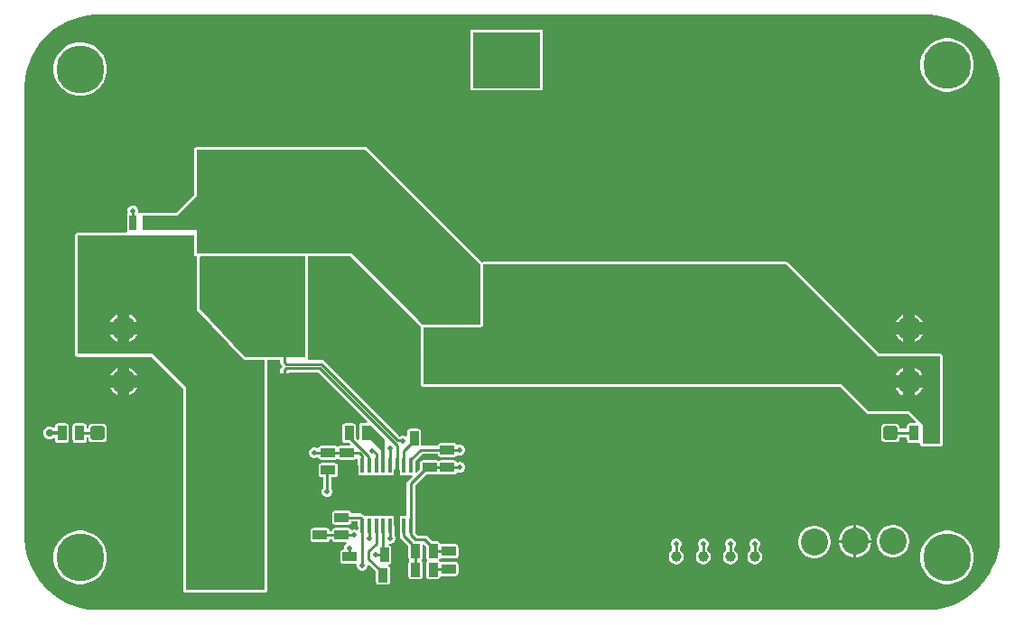
<source format=gtl>
G04*
G04 #@! TF.GenerationSoftware,Altium Limited,Altium Designer,23.8.1 (32)*
G04*
G04 Layer_Physical_Order=1*
G04 Layer_Color=255*
%FSLAX44Y44*%
%MOMM*%
G71*
G04*
G04 #@! TF.SameCoordinates,B70ACEF7-E70B-45C2-86D7-E5FBF9B371E4*
G04*
G04*
G04 #@! TF.FilePolarity,Positive*
G04*
G01*
G75*
%ADD13C,0.2540*%
%ADD15R,1.6000X3.5000*%
%ADD16R,12.2000X9.7500*%
G04:AMPARAMS|DCode=17|XSize=1.4mm|YSize=0.9mm|CornerRadius=0.0675mm|HoleSize=0mm|Usage=FLASHONLY|Rotation=180.000|XOffset=0mm|YOffset=0mm|HoleType=Round|Shape=RoundedRectangle|*
%AMROUNDEDRECTD17*
21,1,1.4000,0.7650,0,0,180.0*
21,1,1.2650,0.9000,0,0,180.0*
1,1,0.1350,-0.6325,0.3825*
1,1,0.1350,0.6325,0.3825*
1,1,0.1350,0.6325,-0.3825*
1,1,0.1350,-0.6325,-0.3825*
%
%ADD17ROUNDEDRECTD17*%
%ADD18R,5.3300X5.5900*%
%ADD19R,6.3500X5.2800*%
G04:AMPARAMS|DCode=20|XSize=5.2mm|YSize=1.5mm|CornerRadius=0.15mm|HoleSize=0mm|Usage=FLASHONLY|Rotation=180.000|XOffset=0mm|YOffset=0mm|HoleType=Round|Shape=RoundedRectangle|*
%AMROUNDEDRECTD20*
21,1,5.2000,1.2000,0,0,180.0*
21,1,4.9000,1.5000,0,0,180.0*
1,1,0.3000,-2.4500,0.6000*
1,1,0.3000,2.4500,0.6000*
1,1,0.3000,2.4500,-0.6000*
1,1,0.3000,-2.4500,-0.6000*
%
%ADD20ROUNDEDRECTD20*%
%ADD22C,1.0000*%
G04:AMPARAMS|DCode=23|XSize=1.4mm|YSize=0.9mm|CornerRadius=0.0675mm|HoleSize=0mm|Usage=FLASHONLY|Rotation=90.000|XOffset=0mm|YOffset=0mm|HoleType=Round|Shape=RoundedRectangle|*
%AMROUNDEDRECTD23*
21,1,1.4000,0.7650,0,0,90.0*
21,1,1.2650,0.9000,0,0,90.0*
1,1,0.1350,0.3825,0.6325*
1,1,0.1350,0.3825,-0.6325*
1,1,0.1350,-0.3825,-0.6325*
1,1,0.1350,-0.3825,0.6325*
%
%ADD23ROUNDEDRECTD23*%
G04:AMPARAMS|DCode=24|XSize=5.2mm|YSize=1.5mm|CornerRadius=0.15mm|HoleSize=0mm|Usage=FLASHONLY|Rotation=270.000|XOffset=0mm|YOffset=0mm|HoleType=Round|Shape=RoundedRectangle|*
%AMROUNDEDRECTD24*
21,1,5.2000,1.2000,0,0,270.0*
21,1,4.9000,1.5000,0,0,270.0*
1,1,0.3000,-0.6000,-2.4500*
1,1,0.3000,-0.6000,2.4500*
1,1,0.3000,0.6000,2.4500*
1,1,0.3000,0.6000,-2.4500*
%
%ADD24ROUNDEDRECTD24*%
G04:AMPARAMS|DCode=25|XSize=1.9mm|YSize=1.75mm|CornerRadius=0.175mm|HoleSize=0mm|Usage=FLASHONLY|Rotation=180.000|XOffset=0mm|YOffset=0mm|HoleType=Round|Shape=RoundedRectangle|*
%AMROUNDEDRECTD25*
21,1,1.9000,1.4000,0,0,180.0*
21,1,1.5500,1.7500,0,0,180.0*
1,1,0.3500,-0.7750,0.7000*
1,1,0.3500,0.7750,0.7000*
1,1,0.3500,0.7750,-0.7000*
1,1,0.3500,-0.7750,-0.7000*
%
%ADD25ROUNDEDRECTD25*%
G04:AMPARAMS|DCode=26|XSize=2mm|YSize=1.3mm|CornerRadius=0.13mm|HoleSize=0mm|Usage=FLASHONLY|Rotation=180.000|XOffset=0mm|YOffset=0mm|HoleType=Round|Shape=RoundedRectangle|*
%AMROUNDEDRECTD26*
21,1,2.0000,1.0400,0,0,180.0*
21,1,1.7400,1.3000,0,0,180.0*
1,1,0.2600,-0.8700,0.5200*
1,1,0.2600,0.8700,0.5200*
1,1,0.2600,0.8700,-0.5200*
1,1,0.2600,-0.8700,-0.5200*
%
%ADD26ROUNDEDRECTD26*%
G04:AMPARAMS|DCode=27|XSize=1.3mm|YSize=1.3mm|CornerRadius=0.13mm|HoleSize=0mm|Usage=FLASHONLY|Rotation=0.000|XOffset=0mm|YOffset=0mm|HoleType=Round|Shape=RoundedRectangle|*
%AMROUNDEDRECTD27*
21,1,1.3000,1.0400,0,0,0.0*
21,1,1.0400,1.3000,0,0,0.0*
1,1,0.2600,0.5200,-0.5200*
1,1,0.2600,-0.5200,-0.5200*
1,1,0.2600,-0.5200,0.5200*
1,1,0.2600,0.5200,0.5200*
%
%ADD27ROUNDEDRECTD27*%
%ADD47R,2.9972X2.9972*%
%ADD48R,0.3556X1.4224*%
%ADD49R,4.5200X3.8500*%
%ADD50R,0.7100X1.3720*%
%ADD51C,0.3560*%
%ADD52C,2.3000*%
%ADD53C,2.5400*%
%ADD54C,4.5000*%
%ADD55C,0.5080*%
%ADD56C,1.2700*%
%ADD57C,0.7000*%
G36*
X1473297Y1235315D02*
X1480026Y1233977D01*
X1486590Y1231985D01*
X1492928Y1229360D01*
X1498978Y1226126D01*
X1504682Y1222315D01*
X1509985Y1217963D01*
X1514836Y1213112D01*
X1519188Y1207809D01*
X1522999Y1202105D01*
X1526233Y1196055D01*
X1528858Y1189717D01*
X1530850Y1183152D01*
X1532188Y1176424D01*
X1532861Y1169597D01*
Y1166167D01*
X1532861Y746760D01*
Y743330D01*
X1532188Y736503D01*
X1530850Y729774D01*
X1528859Y723210D01*
X1526233Y716872D01*
X1523000Y710822D01*
X1519188Y705118D01*
X1514836Y699815D01*
X1509985Y694964D01*
X1504682Y690612D01*
X1498978Y686801D01*
X1492928Y683567D01*
X1486590Y680941D01*
X1480025Y678950D01*
X1473297Y677612D01*
X1466470Y676939D01*
X684603D01*
X677776Y677612D01*
X671047Y678950D01*
X664483Y680941D01*
X658145Y683567D01*
X652095Y686801D01*
X646391Y690612D01*
X641088Y694964D01*
X636237Y699815D01*
X631885Y705118D01*
X628074Y710822D01*
X624840Y716872D01*
X622214Y723210D01*
X620223Y729775D01*
X618885Y736503D01*
X618212Y743330D01*
Y746760D01*
X618212Y1166167D01*
Y1169597D01*
X618885Y1176424D01*
X620223Y1183153D01*
X622215Y1189717D01*
X624840Y1196055D01*
X628074Y1202105D01*
X631885Y1207809D01*
X636237Y1213112D01*
X641088Y1217963D01*
X646391Y1222315D01*
X652095Y1226126D01*
X658145Y1229360D01*
X664483Y1231985D01*
X671048Y1233977D01*
X677776Y1235315D01*
X684603Y1235988D01*
X1466470D01*
X1473297Y1235315D01*
D02*
G37*
%LPC*%
G36*
X1104342Y1221802D02*
X1036778D01*
Y1164938D01*
X1104342D01*
Y1221802D01*
D02*
G37*
G36*
X1485826Y1213760D02*
X1480894D01*
X1476056Y1212798D01*
X1471499Y1210910D01*
X1467398Y1208170D01*
X1463910Y1204682D01*
X1461170Y1200581D01*
X1459282Y1196024D01*
X1458320Y1191186D01*
Y1186254D01*
X1459282Y1181416D01*
X1461170Y1176859D01*
X1463910Y1172758D01*
X1467398Y1169270D01*
X1471499Y1166530D01*
X1476056Y1164642D01*
X1480894Y1163680D01*
X1485826D01*
X1490664Y1164642D01*
X1495221Y1166530D01*
X1499322Y1169270D01*
X1502810Y1172758D01*
X1505550Y1176859D01*
X1507438Y1181416D01*
X1508400Y1186254D01*
Y1191186D01*
X1507438Y1196024D01*
X1505550Y1200581D01*
X1502810Y1204682D01*
X1499322Y1208170D01*
X1495221Y1210910D01*
X1490664Y1212798D01*
X1485826Y1213760D01*
D02*
G37*
G36*
X673026Y1209960D02*
X668094D01*
X663256Y1208998D01*
X658699Y1207110D01*
X654598Y1204370D01*
X651110Y1200882D01*
X648370Y1196781D01*
X646482Y1192224D01*
X645520Y1187386D01*
Y1182454D01*
X646482Y1177616D01*
X648370Y1173059D01*
X651110Y1168958D01*
X654598Y1165470D01*
X658699Y1162730D01*
X663256Y1160842D01*
X668094Y1159880D01*
X673026D01*
X677864Y1160842D01*
X682421Y1162730D01*
X686522Y1165470D01*
X690010Y1168958D01*
X692750Y1173059D01*
X694638Y1177616D01*
X695600Y1182454D01*
Y1187386D01*
X694638Y1192224D01*
X692750Y1196781D01*
X690010Y1200882D01*
X686522Y1204370D01*
X682421Y1207110D01*
X677864Y1208998D01*
X673026Y1209960D01*
D02*
G37*
G36*
X780288Y1111808D02*
X779297Y1111611D01*
X778551Y1111112D01*
X777708D01*
Y1109267D01*
X777698Y1109218D01*
Y1067111D01*
X760673Y1050086D01*
X728980Y1050086D01*
X728281Y1049947D01*
X727989Y1049889D01*
X727674Y1049721D01*
X727208Y1049472D01*
D01*
X726063Y1049329D01*
X725698Y1049463D01*
X725061Y1050542D01*
X725170Y1050804D01*
Y1052824D01*
X724397Y1054692D01*
X722968Y1056121D01*
X721100Y1056894D01*
X719080D01*
X717212Y1056121D01*
X715783Y1054692D01*
X715010Y1052824D01*
Y1050804D01*
X715158Y1050445D01*
X714508Y1049472D01*
X714508D01*
X714508Y1031688D01*
X713306Y1031525D01*
X668255D01*
X667264Y1031328D01*
X666424Y1030766D01*
X665862Y1029926D01*
X665665Y1028935D01*
X665665Y917429D01*
X665862Y916438D01*
X666424Y915598D01*
X667264Y915036D01*
X668255Y914839D01*
X737032Y914839D01*
X767265Y884606D01*
Y695960D01*
X767462Y694969D01*
X768024Y694129D01*
X768864Y693567D01*
X769855Y693370D01*
X843515Y693370D01*
X844506Y693567D01*
X845346Y694129D01*
X845908Y694969D01*
X846105Y695960D01*
X846105Y891482D01*
X846105Y911810D01*
X858191D01*
Y909538D01*
X858487Y908051D01*
X859329Y906791D01*
X859975Y906145D01*
X859329Y905499D01*
X858487Y904239D01*
X858191Y902752D01*
Y892026D01*
X858487Y890539D01*
X859329Y889279D01*
X860589Y888437D01*
X862076Y888141D01*
X863563Y888437D01*
X864823Y889279D01*
X865665Y890539D01*
X865961Y892026D01*
Y900355D01*
X893433D01*
X939633Y854155D01*
X939147Y852982D01*
X934720D01*
X933729Y852785D01*
X932889Y852223D01*
X932327Y851383D01*
X932130Y850392D01*
Y837370D01*
X930860Y836844D01*
X929947Y837757D01*
X929825Y837839D01*
X929245Y838419D01*
Y849605D01*
X929035Y850661D01*
X928437Y851557D01*
X927541Y852155D01*
X926485Y852365D01*
X918835D01*
X917779Y852155D01*
X916883Y851557D01*
X916285Y850661D01*
X916075Y849605D01*
Y836955D01*
X916285Y835899D01*
X916883Y835003D01*
X917779Y834405D01*
X918835Y834195D01*
X922481D01*
X923961Y832715D01*
X923435Y831445D01*
X914425D01*
X913369Y831235D01*
X912473Y830637D01*
X911247D01*
X910351Y831235D01*
X909295Y831445D01*
X896645D01*
X895589Y831235D01*
X894693Y830637D01*
X894095Y829741D01*
X894078Y829656D01*
X893589Y829404D01*
X892679Y829133D01*
X891027Y829818D01*
X889006D01*
X887138Y829045D01*
X885709Y827616D01*
X884936Y825749D01*
Y823727D01*
X885709Y821860D01*
X887138Y820431D01*
X889006Y819658D01*
X891027D01*
X892724Y820361D01*
X893403Y820239D01*
X894013Y820010D01*
X894152Y819894D01*
X894693Y819083D01*
X895589Y818485D01*
X896645Y818275D01*
X909295D01*
X910351Y818485D01*
X911247Y819083D01*
X912473D01*
X913369Y818485D01*
X914425Y818275D01*
X927075D01*
X928131Y818485D01*
X929027Y819083D01*
X929625Y819979D01*
X929667Y819992D01*
X930937Y819267D01*
Y813317D01*
X931232Y811830D01*
X931274Y811768D01*
Y803910D01*
X951223D01*
X951763Y803549D01*
X952754Y803352D01*
X956310D01*
X957301Y803549D01*
X957841Y803910D01*
X964894D01*
Y808810D01*
X965941Y809460D01*
X966164Y809452D01*
X967584Y809169D01*
X969004Y809452D01*
X969227Y809460D01*
X970274Y808810D01*
Y803910D01*
X981634D01*
X982120Y802737D01*
X977837Y798453D01*
X976995Y797193D01*
X976699Y795706D01*
Y765302D01*
X970274D01*
Y756533D01*
X970199Y756158D01*
Y746766D01*
X970495Y745279D01*
X971337Y744019D01*
X977775Y737581D01*
Y736020D01*
X978071Y734533D01*
X978305Y734183D01*
Y726465D01*
X978515Y725409D01*
X979113Y724513D01*
Y723287D01*
X978515Y722391D01*
X978305Y721335D01*
Y708685D01*
X978515Y707629D01*
X979113Y706733D01*
X980009Y706135D01*
X981065Y705925D01*
X988715D01*
X989771Y706135D01*
X990667Y706733D01*
X991265Y707629D01*
X991475Y708685D01*
Y721335D01*
X991265Y722391D01*
X990667Y723287D01*
Y724513D01*
X991265Y725409D01*
X991475Y726465D01*
Y737891D01*
X992745Y738418D01*
X994805Y736358D01*
Y726465D01*
X995015Y725409D01*
X995613Y724513D01*
Y723287D01*
X995015Y722391D01*
X994805Y721335D01*
Y708685D01*
X995015Y707629D01*
X995613Y706733D01*
X996509Y706135D01*
X997565Y705925D01*
X1005215D01*
X1006271Y706135D01*
X1007167Y706733D01*
X1007765Y707629D01*
X1007886Y708237D01*
X1008281Y708797D01*
X1009245Y709150D01*
X1009675Y709065D01*
X1022325D01*
X1023381Y709275D01*
X1024277Y709873D01*
X1024875Y710769D01*
X1025085Y711825D01*
Y719475D01*
X1024875Y720531D01*
X1024277Y721427D01*
X1023381Y722025D01*
X1022325Y722235D01*
X1009675D01*
X1008619Y722025D01*
X1007492Y722800D01*
X1007167Y723287D01*
Y724513D01*
X1007492Y725001D01*
X1008619Y725775D01*
X1009675Y725565D01*
X1022325D01*
X1023381Y725775D01*
X1024277Y726373D01*
X1024875Y727269D01*
X1025085Y728325D01*
Y735975D01*
X1024875Y737031D01*
X1024277Y737927D01*
X1023381Y738525D01*
X1022325Y738735D01*
X1009675D01*
X1009245Y738650D01*
X1008281Y739003D01*
X1007886Y739563D01*
X1007765Y740171D01*
X1007167Y741067D01*
X1006271Y741665D01*
X1005215Y741875D01*
X1000275D01*
X996311Y745839D01*
X995051Y746681D01*
X993564Y746977D01*
X986515D01*
X984462Y749030D01*
Y755815D01*
X984431Y755970D01*
X984469Y756158D01*
Y794098D01*
X994676Y804305D01*
X1004545D01*
X1005601Y804515D01*
X1006482Y805104D01*
X1007349Y804525D01*
X1008405Y804315D01*
X1021055D01*
X1022111Y804525D01*
X1023007Y805123D01*
X1023605Y806019D01*
X1024182Y806327D01*
X1025406Y805820D01*
X1027427D01*
X1029294Y806593D01*
X1030723Y808022D01*
X1031496Y809890D01*
Y811910D01*
X1030723Y813778D01*
X1029294Y815207D01*
X1027427Y815980D01*
X1025406D01*
X1024182Y815473D01*
X1023605Y815781D01*
X1023007Y816677D01*
X1022111Y817275D01*
X1021055Y817485D01*
X1008405D01*
X1007349Y817275D01*
X1006468Y816686D01*
X1005601Y817265D01*
X1004545Y817475D01*
X991895D01*
X990839Y817265D01*
X989943Y816667D01*
X989345Y815771D01*
X989135Y814715D01*
Y809751D01*
X985567Y806184D01*
X984394Y806670D01*
Y812679D01*
X984469Y813054D01*
Y816779D01*
X991205Y823515D01*
X1005657D01*
X1005855Y822519D01*
X1006453Y821623D01*
X1007349Y821025D01*
X1008405Y820815D01*
X1021055D01*
X1022111Y821025D01*
X1023007Y821623D01*
X1023605Y822519D01*
X1024182Y822827D01*
X1025406Y822320D01*
X1027427D01*
X1029294Y823093D01*
X1030723Y824522D01*
X1031496Y826389D01*
Y828410D01*
X1030723Y830278D01*
X1029294Y831707D01*
X1027427Y832480D01*
X1025406D01*
X1024182Y831973D01*
X1023605Y832281D01*
X1023007Y833177D01*
X1022111Y833775D01*
X1021055Y833985D01*
X1008405D01*
X1007349Y833775D01*
X1006453Y833177D01*
X1005855Y832281D01*
X1005657Y831285D01*
X990690D01*
X990205Y831875D01*
Y844525D01*
X989995Y845581D01*
X989397Y846477D01*
X988501Y847075D01*
X987445Y847285D01*
X979795D01*
X978739Y847075D01*
X977843Y846477D01*
X977245Y845581D01*
X977035Y844525D01*
Y840679D01*
X975765Y840153D01*
X975698Y840221D01*
X973830Y840994D01*
X971809D01*
X970097Y840285D01*
X969879D01*
X899367Y910797D01*
X898107Y911639D01*
X896620Y911935D01*
X884315D01*
X883636Y913205D01*
X883773Y913409D01*
X883970Y914400D01*
Y1008838D01*
X924249D01*
X986229Y946859D01*
X989785Y943303D01*
X989957Y943188D01*
X989788Y942340D01*
Y889000D01*
X989985Y888009D01*
X990547Y887169D01*
X991387Y886607D01*
X992378Y886410D01*
X1383227D01*
X1407869Y861769D01*
X1408709Y861207D01*
X1409700Y861010D01*
X1446727D01*
X1454199Y853538D01*
X1453713Y852365D01*
X1448425D01*
X1447369Y852155D01*
X1446473Y851557D01*
X1445875Y850661D01*
X1445665Y849605D01*
Y847165D01*
X1438957D01*
Y848480D01*
X1438699Y849780D01*
X1437962Y850882D01*
X1436860Y851619D01*
X1435560Y851877D01*
X1425160D01*
X1423860Y851619D01*
X1422758Y850882D01*
X1422021Y849780D01*
X1421763Y848480D01*
Y838080D01*
X1422021Y836780D01*
X1422758Y835678D01*
X1423860Y834941D01*
X1425160Y834683D01*
X1435560D01*
X1436860Y834941D01*
X1437962Y835678D01*
X1438699Y836780D01*
X1438957Y838080D01*
Y839395D01*
X1445665D01*
Y836955D01*
X1445875Y835899D01*
X1446473Y835003D01*
X1447369Y834405D01*
X1448425Y834195D01*
X1456075D01*
X1456640Y834307D01*
X1457910Y833514D01*
Y833120D01*
X1458107Y832129D01*
X1458669Y831289D01*
X1459509Y830727D01*
X1460500Y830530D01*
X1476756Y830530D01*
X1477747Y830727D01*
X1478587Y831289D01*
X1479149Y832129D01*
X1479346Y833120D01*
Y915162D01*
X1479149Y916153D01*
X1478587Y916993D01*
X1477747Y917555D01*
X1476756Y917752D01*
X1419663D01*
X1334315Y1003099D01*
X1333475Y1003661D01*
X1332484Y1003858D01*
X1048492D01*
X1047501Y1003661D01*
X1047193Y1003455D01*
X939541Y1111050D01*
X939134Y1111322D01*
X938701Y1111610D01*
X938701Y1111611D01*
X938701Y1111611D01*
X938222Y1111706D01*
X937710Y1111808D01*
X780288Y1111808D01*
D02*
G37*
G36*
X1453395Y954522D02*
Y947135D01*
X1460782D01*
X1459035Y950161D01*
X1456421Y952775D01*
X1453395Y954522D01*
D02*
G37*
G36*
X1442205D02*
X1439179Y952775D01*
X1436565Y950161D01*
X1434818Y947135D01*
X1442205D01*
Y954522D01*
D02*
G37*
G36*
X1460782Y935945D02*
X1453395D01*
Y928558D01*
X1456421Y930305D01*
X1459035Y932919D01*
X1460782Y935945D01*
D02*
G37*
G36*
X1442205D02*
X1434818D01*
X1436565Y932919D01*
X1439179Y930305D01*
X1442205Y928558D01*
Y935945D01*
D02*
G37*
G36*
X716795Y904522D02*
Y897135D01*
X724182D01*
X722435Y900161D01*
X719821Y902775D01*
X716795Y904522D01*
D02*
G37*
G36*
X705605Y904522D02*
X702579Y902775D01*
X699965Y900161D01*
X698218Y897135D01*
X705605D01*
Y904522D01*
D02*
G37*
G36*
Y885945D02*
X698218D01*
X699965Y882919D01*
X702579Y880305D01*
X705605Y878558D01*
Y885945D01*
D02*
G37*
G36*
X724182D02*
X716795D01*
Y878558D01*
X719821Y880305D01*
X722435Y882919D01*
X724182Y885945D01*
D02*
G37*
G36*
X657245Y852365D02*
X649595D01*
X648539Y852155D01*
X647643Y851557D01*
X647045Y850661D01*
X646835Y849605D01*
Y848424D01*
X645565Y847991D01*
X645155Y848400D01*
X642935Y849320D01*
X640533D01*
X638313Y848400D01*
X636614Y846701D01*
X635694Y844481D01*
Y842079D01*
X636614Y839859D01*
X638313Y838159D01*
X640533Y837240D01*
X642935D01*
X645155Y838159D01*
X645565Y838569D01*
X646835Y838136D01*
Y836955D01*
X647045Y835899D01*
X647643Y835003D01*
X648539Y834405D01*
X649595Y834195D01*
X657245D01*
X658301Y834405D01*
X659197Y835003D01*
X659795Y835899D01*
X660005Y836955D01*
Y849605D01*
X659795Y850661D01*
X659197Y851557D01*
X658301Y852155D01*
X657245Y852365D01*
D02*
G37*
G36*
X673745D02*
X666095D01*
X665039Y852155D01*
X664143Y851557D01*
X663545Y850661D01*
X663335Y849605D01*
Y836955D01*
X663545Y835899D01*
X664143Y835003D01*
X665039Y834405D01*
X666095Y834195D01*
X673745D01*
X674801Y834405D01*
X675697Y835003D01*
X676295Y835899D01*
X676505Y836955D01*
Y839395D01*
X678133D01*
Y838080D01*
X678391Y836780D01*
X679128Y835678D01*
X680230Y834941D01*
X681530Y834683D01*
X691930D01*
X693230Y834941D01*
X694332Y835678D01*
X695069Y836780D01*
X695327Y838080D01*
Y848480D01*
X695069Y849780D01*
X694332Y850882D01*
X693230Y851619D01*
X691930Y851877D01*
X681530D01*
X680230Y851619D01*
X679128Y850882D01*
X678391Y849780D01*
X678133Y848480D01*
Y847165D01*
X676505D01*
Y849605D01*
X676295Y850661D01*
X675697Y851557D01*
X674801Y852155D01*
X673745Y852365D01*
D02*
G37*
G36*
X909295Y814945D02*
X896645D01*
X895589Y814735D01*
X894693Y814137D01*
X894095Y813241D01*
X893885Y812185D01*
Y804535D01*
X894095Y803479D01*
X894693Y802583D01*
X895589Y801985D01*
X896645Y801775D01*
X898075D01*
Y791462D01*
X897653Y791040D01*
X896880Y789173D01*
Y787151D01*
X897653Y785284D01*
X899082Y783855D01*
X900949Y783082D01*
X902970D01*
X904837Y783855D01*
X906266Y785284D01*
X907039Y787151D01*
Y789173D01*
X906266Y791040D01*
X905844Y791462D01*
Y801775D01*
X909295D01*
X910351Y801985D01*
X911247Y802583D01*
X911845Y803479D01*
X912055Y804535D01*
Y812185D01*
X911845Y813241D01*
X911247Y814137D01*
X910351Y814735D01*
X909295Y814945D01*
D02*
G37*
G36*
X921995Y770485D02*
X909345D01*
X908289Y770275D01*
X907393Y769677D01*
X906795Y768781D01*
X906585Y767725D01*
Y760075D01*
X906795Y759019D01*
X907393Y758123D01*
X908289Y757525D01*
X909345Y757315D01*
X921995D01*
X923051Y757525D01*
X923947Y758123D01*
X924545Y759019D01*
X924743Y760015D01*
X930691D01*
Y756666D01*
X930987Y755179D01*
X931199Y754862D01*
Y752400D01*
X929929Y751833D01*
X928366Y752480D01*
X926346D01*
X925122Y751973D01*
X924545Y752281D01*
X923947Y753177D01*
X923051Y753775D01*
X921995Y753985D01*
X909345D01*
X908289Y753775D01*
X907393Y753177D01*
X906795Y752281D01*
X906597Y751285D01*
X904423D01*
X904225Y752281D01*
X903627Y753177D01*
X902731Y753775D01*
X901675Y753985D01*
X889025D01*
X887969Y753775D01*
X887073Y753177D01*
X886475Y752281D01*
X886265Y751225D01*
Y743575D01*
X886475Y742519D01*
X887073Y741623D01*
X887969Y741025D01*
X889025Y740815D01*
X901675D01*
X902731Y741025D01*
X903627Y741623D01*
X904225Y742519D01*
X904423Y743515D01*
X906597D01*
X906795Y742519D01*
X907393Y741623D01*
X908289Y741025D01*
X909345Y740815D01*
X919939D01*
X920277Y739973D01*
X920321Y739545D01*
X918983Y738208D01*
X918210Y736340D01*
Y734320D01*
X917766Y733655D01*
X916965D01*
X915909Y733445D01*
X915013Y732847D01*
X914415Y731951D01*
X914205Y730895D01*
Y723245D01*
X914415Y722189D01*
X915013Y721293D01*
X915909Y720695D01*
X916965Y720485D01*
X928649D01*
X929685Y720068D01*
X929822Y719248D01*
Y717992D01*
X930595Y716124D01*
X932024Y714695D01*
X933892Y713922D01*
X935912D01*
X937780Y714695D01*
X939209Y716124D01*
X939982Y717992D01*
Y718968D01*
X941252Y719494D01*
X947825Y712921D01*
Y703605D01*
X948035Y702549D01*
X948633Y701653D01*
X949529Y701055D01*
X950585Y700845D01*
X958235D01*
X959291Y701055D01*
X960187Y701653D01*
X960785Y702549D01*
X960995Y703605D01*
Y716255D01*
X960785Y717311D01*
X960187Y718207D01*
X959539Y718639D01*
X959524Y719207D01*
X959618Y719686D01*
X959711Y719936D01*
X960561Y720105D01*
X961457Y720703D01*
X962055Y721599D01*
X962265Y722655D01*
Y735305D01*
X962055Y736361D01*
X961457Y737257D01*
X960561Y737855D01*
X959505Y738065D01*
X959484D01*
X959416Y738290D01*
X959630Y738648D01*
X960409Y739392D01*
X962094D01*
X963962Y740165D01*
X965391Y741594D01*
X966164Y743462D01*
Y745482D01*
X965391Y747350D01*
X964969Y747772D01*
Y756158D01*
X964894Y756533D01*
Y765302D01*
X937166D01*
X935821Y766647D01*
X934561Y767489D01*
X933074Y767785D01*
X924743D01*
X924545Y768781D01*
X923947Y769677D01*
X923051Y770275D01*
X921995Y770485D01*
D02*
G37*
G36*
X1398501Y756920D02*
X1398270D01*
Y742950D01*
X1412240D01*
Y743181D01*
X1411654Y746125D01*
X1410506Y748899D01*
X1408838Y751395D01*
X1406715Y753518D01*
X1404219Y755185D01*
X1401445Y756334D01*
X1398501Y756920D01*
D02*
G37*
G36*
X1395730D02*
X1395499D01*
X1392555Y756334D01*
X1389781Y755185D01*
X1387285Y753518D01*
X1385162Y751395D01*
X1383495Y748899D01*
X1382346Y746125D01*
X1381760Y743181D01*
Y742950D01*
X1395730D01*
Y756920D01*
D02*
G37*
G36*
X1434061D02*
X1431059D01*
X1428115Y756334D01*
X1425341Y755185D01*
X1422845Y753518D01*
X1420722Y751395D01*
X1419055Y748899D01*
X1417906Y746125D01*
X1417320Y743181D01*
Y740179D01*
X1417906Y737235D01*
X1419055Y734461D01*
X1420722Y731965D01*
X1422845Y729842D01*
X1425341Y728175D01*
X1428115Y727026D01*
X1431059Y726440D01*
X1434061D01*
X1437005Y727026D01*
X1439779Y728175D01*
X1442275Y729842D01*
X1444398Y731965D01*
X1446066Y734461D01*
X1447214Y737235D01*
X1447800Y740179D01*
Y743181D01*
X1447214Y746125D01*
X1446066Y748899D01*
X1444398Y751395D01*
X1442275Y753518D01*
X1439779Y755185D01*
X1437005Y756334D01*
X1434061Y756920D01*
D02*
G37*
G36*
X1412240Y740410D02*
X1398270D01*
Y726440D01*
X1398501D01*
X1401445Y727026D01*
X1404219Y728175D01*
X1406715Y729842D01*
X1408838Y731965D01*
X1410506Y734461D01*
X1411654Y737235D01*
X1412240Y740179D01*
Y740410D01*
D02*
G37*
G36*
X1395730D02*
X1381760D01*
Y740179D01*
X1382346Y737235D01*
X1383495Y734461D01*
X1385162Y731965D01*
X1387285Y729842D01*
X1389781Y728175D01*
X1392555Y727026D01*
X1395499Y726440D01*
X1395730D01*
Y740410D01*
D02*
G37*
G36*
X1360401Y756210D02*
X1357399D01*
X1354455Y755624D01*
X1351681Y754475D01*
X1349185Y752808D01*
X1347062Y750685D01*
X1345394Y748189D01*
X1344246Y745415D01*
X1343660Y742471D01*
Y739469D01*
X1344246Y736525D01*
X1345394Y733751D01*
X1347062Y731255D01*
X1349185Y729132D01*
X1351681Y727465D01*
X1354455Y726316D01*
X1357399Y725730D01*
X1360401D01*
X1363345Y726316D01*
X1366119Y727465D01*
X1368615Y729132D01*
X1370738Y731255D01*
X1372406Y733751D01*
X1373554Y736525D01*
X1374140Y739469D01*
Y742471D01*
X1373554Y745415D01*
X1372406Y748189D01*
X1370738Y750685D01*
X1368615Y752808D01*
X1366119Y754475D01*
X1363345Y755624D01*
X1360401Y756210D01*
D02*
G37*
G36*
X1304030Y744220D02*
X1302009D01*
X1300142Y743447D01*
X1298713Y742018D01*
X1297940Y740151D01*
Y738130D01*
X1298713Y736262D01*
X1299135Y735840D01*
Y732877D01*
X1298702Y732627D01*
X1297393Y731318D01*
X1296467Y729714D01*
X1295988Y727926D01*
Y726074D01*
X1296467Y724286D01*
X1297393Y722682D01*
X1298702Y721373D01*
X1300306Y720447D01*
X1302094Y719968D01*
X1303946D01*
X1305734Y720447D01*
X1307338Y721373D01*
X1308647Y722682D01*
X1309573Y724286D01*
X1310052Y726074D01*
Y727926D01*
X1309573Y729714D01*
X1308647Y731318D01*
X1307338Y732627D01*
X1306905Y732877D01*
Y735840D01*
X1307327Y736262D01*
X1308100Y738130D01*
Y740151D01*
X1307327Y742018D01*
X1305898Y743447D01*
X1304030Y744220D01*
D02*
G37*
G36*
X1281171D02*
X1279149D01*
X1277282Y743447D01*
X1275853Y742018D01*
X1275080Y740151D01*
Y738130D01*
X1275853Y736262D01*
X1276275Y735840D01*
Y732877D01*
X1275842Y732627D01*
X1274533Y731318D01*
X1273607Y729714D01*
X1273128Y727926D01*
Y726074D01*
X1273607Y724286D01*
X1274533Y722682D01*
X1275842Y721373D01*
X1277446Y720447D01*
X1279234Y719968D01*
X1281086D01*
X1282874Y720447D01*
X1284478Y721373D01*
X1285787Y722682D01*
X1286713Y724286D01*
X1287192Y726074D01*
Y727926D01*
X1286713Y729714D01*
X1285787Y731318D01*
X1284478Y732627D01*
X1284045Y732877D01*
Y735840D01*
X1284467Y736262D01*
X1285240Y738130D01*
Y740151D01*
X1284467Y742018D01*
X1283038Y743447D01*
X1281171Y744220D01*
D02*
G37*
G36*
X1255770D02*
X1253749D01*
X1251882Y743447D01*
X1250453Y742018D01*
X1249680Y740151D01*
Y738130D01*
X1250453Y736262D01*
X1250875Y735840D01*
Y732877D01*
X1250442Y732627D01*
X1249133Y731318D01*
X1248207Y729714D01*
X1247728Y727926D01*
Y726074D01*
X1248207Y724286D01*
X1249133Y722682D01*
X1250442Y721373D01*
X1252046Y720447D01*
X1253834Y719968D01*
X1255686D01*
X1257474Y720447D01*
X1259078Y721373D01*
X1260387Y722682D01*
X1261313Y724286D01*
X1261792Y726074D01*
Y727926D01*
X1261313Y729714D01*
X1260387Y731318D01*
X1259078Y732627D01*
X1258645Y732877D01*
Y735840D01*
X1259067Y736262D01*
X1259840Y738130D01*
Y740151D01*
X1259067Y742018D01*
X1257638Y743447D01*
X1255770Y744220D01*
D02*
G37*
G36*
X1230370D02*
X1228350D01*
X1226482Y743447D01*
X1225053Y742018D01*
X1224280Y740151D01*
Y738130D01*
X1225053Y736262D01*
X1225475Y735840D01*
Y732877D01*
X1225042Y732627D01*
X1223733Y731318D01*
X1222807Y729714D01*
X1222328Y727926D01*
Y726074D01*
X1222807Y724286D01*
X1223733Y722682D01*
X1225042Y721373D01*
X1226646Y720447D01*
X1228434Y719968D01*
X1230286D01*
X1232074Y720447D01*
X1233678Y721373D01*
X1234987Y722682D01*
X1235913Y724286D01*
X1236392Y726074D01*
Y727926D01*
X1235913Y729714D01*
X1234987Y731318D01*
X1233678Y732627D01*
X1233245Y732877D01*
Y735840D01*
X1233667Y736262D01*
X1234440Y738130D01*
Y740151D01*
X1233667Y742018D01*
X1232238Y743447D01*
X1230370Y744220D01*
D02*
G37*
G36*
X1485826Y751480D02*
X1480894D01*
X1476056Y750518D01*
X1471499Y748630D01*
X1467398Y745890D01*
X1463910Y742402D01*
X1461170Y738301D01*
X1459282Y733744D01*
X1458320Y728906D01*
Y723974D01*
X1459282Y719136D01*
X1461170Y714579D01*
X1463910Y710478D01*
X1467398Y706990D01*
X1471499Y704250D01*
X1476056Y702362D01*
X1480894Y701400D01*
X1485826D01*
X1490664Y702362D01*
X1495221Y704250D01*
X1499322Y706990D01*
X1502810Y710478D01*
X1505550Y714579D01*
X1507438Y719136D01*
X1508400Y723974D01*
Y728906D01*
X1507438Y733744D01*
X1505550Y738301D01*
X1502810Y742402D01*
X1499322Y745890D01*
X1495221Y748630D01*
X1490664Y750518D01*
X1485826Y751480D01*
D02*
G37*
G36*
X673026D02*
X668094D01*
X663256Y750518D01*
X658699Y748630D01*
X654598Y745890D01*
X651110Y742402D01*
X648370Y738301D01*
X646482Y733744D01*
X645520Y728906D01*
Y723974D01*
X646482Y719136D01*
X648370Y714579D01*
X651110Y710478D01*
X654598Y706990D01*
X658699Y704250D01*
X663256Y702362D01*
X668094Y701400D01*
X673026D01*
X677864Y702362D01*
X682421Y704250D01*
X686522Y706990D01*
X690010Y710478D01*
X692750Y714579D01*
X694638Y719136D01*
X695600Y723974D01*
Y728906D01*
X694638Y733744D01*
X692750Y738301D01*
X690010Y742402D01*
X686522Y745890D01*
X682421Y748630D01*
X677864Y750518D01*
X673026Y751480D01*
D02*
G37*
%LPD*%
G36*
X937710Y1109218D02*
X1045718Y1001268D01*
Y945134D01*
X991616D01*
X988060Y948690D01*
X925322Y1011428D01*
X883138D01*
X882371Y1011941D01*
X881380Y1012138D01*
X783320D01*
X783318Y1012137D01*
X783316Y1012138D01*
X782822Y1012039D01*
X782329Y1011941D01*
X782327Y1011939D01*
X782325Y1011939D01*
X781910Y1011660D01*
X781577Y1011438D01*
X781240Y1011661D01*
X780822Y1011941D01*
X780817Y1011942D01*
X780813Y1011944D01*
X780325Y1012039D01*
X780298Y1012045D01*
Y1028935D01*
X780101Y1029926D01*
X779780Y1030406D01*
Y1033526D01*
X728980D01*
Y1047496D01*
X761746Y1047496D01*
X780288Y1066038D01*
Y1109218D01*
X937710Y1109218D01*
D02*
G37*
G36*
X881380Y914400D02*
X865961Y914400D01*
Y921026D01*
X865665Y922513D01*
X864823Y923773D01*
X863563Y924615D01*
X862076Y924911D01*
X860589Y924615D01*
X859329Y923773D01*
X858487Y922513D01*
X858191Y921026D01*
Y914400D01*
X844637D01*
X844506Y914488D01*
X843515Y914685D01*
X825153D01*
X782601Y959717D01*
X782424Y1008648D01*
X783320Y1009548D01*
X881380D01*
Y914400D01*
D02*
G37*
G36*
X1418590Y915162D02*
X1476756D01*
Y833120D01*
X1460500Y833120D01*
Y850900D01*
X1447800Y863600D01*
X1409700D01*
X1384300Y889000D01*
X992378D01*
Y942340D01*
X1046226D01*
Y942645D01*
X1046709Y942741D01*
X1046854Y942838D01*
X1048492D01*
Y1001268D01*
X1332484D01*
X1418590Y915162D01*
D02*
G37*
G36*
X956310Y837184D02*
Y830764D01*
X956041Y830116D01*
Y828095D01*
X956310Y827447D01*
Y805942D01*
X952754D01*
Y826770D01*
X943356Y836168D01*
X934720D01*
Y850392D01*
X943102D01*
X956310Y837184D01*
D02*
G37*
G36*
X777708Y1009548D02*
X779831D01*
X780015Y958683D01*
X824084Y912045D01*
X824134Y912095D01*
X843515D01*
X843515Y891482D01*
X843515Y695960D01*
X769855Y695960D01*
Y885679D01*
X738105Y917429D01*
X668255Y917429D01*
X668255Y1028935D01*
X777708D01*
Y1009548D01*
D02*
G37*
%LPC*%
G36*
X1453395Y904419D02*
Y897135D01*
X1460679D01*
X1460064Y898621D01*
X1457813Y901553D01*
X1454881Y903804D01*
X1453395Y904419D01*
D02*
G37*
G36*
X1442205D02*
X1440719Y903804D01*
X1437787Y901553D01*
X1435536Y898621D01*
X1434921Y897135D01*
X1442205D01*
Y904419D01*
D02*
G37*
G36*
X1460679Y885945D02*
X1453395D01*
Y878661D01*
X1454881Y879276D01*
X1457813Y881527D01*
X1460064Y884459D01*
X1460679Y885945D01*
D02*
G37*
G36*
X1442205D02*
X1434921D01*
X1435536Y884459D01*
X1437787Y881527D01*
X1440719Y879276D01*
X1442205Y878661D01*
Y885945D01*
D02*
G37*
G36*
X716795Y954419D02*
Y947135D01*
X724079D01*
X723464Y948621D01*
X721213Y951553D01*
X718281Y953804D01*
X716795Y954419D01*
D02*
G37*
G36*
X705605Y954419D02*
X704119Y953804D01*
X701187Y951553D01*
X698936Y948621D01*
X698321Y947135D01*
X705605D01*
Y954419D01*
D02*
G37*
G36*
Y935945D02*
X698321D01*
X698936Y934459D01*
X701187Y931526D01*
X704119Y929276D01*
X705605Y928661D01*
Y935945D01*
D02*
G37*
G36*
X724079D02*
X716795D01*
Y928661D01*
X718281Y929276D01*
X721213Y931526D01*
X723464Y934459D01*
X724079Y935945D01*
D02*
G37*
%LPD*%
D13*
X901960Y807349D02*
X902970Y808360D01*
X901960Y788162D02*
Y807349D01*
X1229360Y727000D02*
Y739140D01*
X961122Y813092D02*
Y829105D01*
X961084Y813054D02*
X961122Y813092D01*
X863564Y908050D02*
X896620D01*
X863564Y904240D02*
X895042D01*
X967584Y813054D02*
Y831698D01*
X896620Y908050D02*
X968270Y836400D01*
X972334D01*
X895042Y904240D02*
X967584Y831698D01*
X972334Y836400D02*
X972820Y835914D01*
X862076Y892026D02*
Y902752D01*
X863564Y904240D01*
X862076Y909538D02*
X863564Y908050D01*
X862076Y909538D02*
Y921026D01*
X935084Y719184D02*
Y756158D01*
X934902Y719002D02*
X935084Y719184D01*
X915670Y747400D02*
X927356D01*
X895350D02*
X915670D01*
X1303020Y727000D02*
Y739140D01*
X1280160Y727000D02*
Y739140D01*
X1254760Y727000D02*
Y739140D01*
X961084Y744472D02*
Y756158D01*
X915670Y763900D02*
X933074D01*
X934576Y756666D02*
Y762398D01*
X933074Y763900D02*
X934576Y762398D01*
Y756666D02*
X935084Y756158D01*
X1014730Y810900D02*
X1026416D01*
X902848Y824738D02*
X902970Y824860D01*
X890016Y824738D02*
X902848D01*
X927201Y835010D02*
X941076Y821135D01*
X944408Y826783D02*
X945084D01*
X927160Y835010D02*
X927201D01*
X923930Y838240D02*
Y840740D01*
X945084Y826783D02*
X948084Y823783D01*
X941076Y813562D02*
Y821135D01*
X923930Y838240D02*
X927160Y835010D01*
X934821Y813317D02*
X935084Y813054D01*
X934821Y813317D02*
Y821989D01*
X920936Y824674D02*
X932136D01*
X934821Y821989D01*
X984890Y715010D02*
Y732790D01*
X1014730Y827400D02*
X1026416D01*
X1430360Y843280D02*
X1452250D01*
X948084Y813054D02*
Y823783D01*
X923290Y727070D02*
Y735330D01*
X720090Y1040580D02*
Y1051814D01*
X941076Y813562D02*
X941584Y813054D01*
X941584Y744472D02*
Y756158D01*
X941070Y725170D02*
Y732274D01*
X948084Y739288D02*
Y756158D01*
X941070Y732274D02*
X948084Y739288D01*
X947420Y728980D02*
X955680D01*
X941070Y725170D02*
X950580Y715660D01*
X920750Y824860D02*
X920936Y824674D01*
X902970Y824860D02*
X920750D01*
X951180Y715660D02*
X952481Y714359D01*
X950580Y715660D02*
X951180D01*
X980380Y833060D02*
Y837510D01*
X974084Y813054D02*
Y826764D01*
X980380Y833060D01*
Y837510D02*
X982340Y839470D01*
X980584Y818388D02*
X989596Y827400D01*
X980584Y813054D02*
Y818388D01*
X989596Y827400D02*
X1013460D01*
X998225Y810895D02*
X1013455D01*
X998220Y810890D02*
X998225Y810895D01*
X1013455D02*
X1013460Y810900D01*
X995720Y810890D02*
X998220D01*
X992490Y807613D02*
Y807660D01*
X980584Y756158D02*
Y795706D01*
X992490Y807660D02*
X995720Y810890D01*
X980584Y795706D02*
X992490Y807613D01*
X1001390Y732790D02*
X1002030Y732150D01*
X1016000D01*
X1002030Y715650D02*
X1016000D01*
X1001390Y715010D02*
X1002030Y715650D01*
X980577Y747421D02*
Y755815D01*
Y747421D02*
X984906Y743092D01*
X993564D01*
X998160Y738520D02*
X1001390Y735290D01*
X993564Y743092D02*
X998136Y738520D01*
X1001390Y732790D02*
Y735290D01*
X998136Y738520D02*
X998160D01*
X974084Y746766D02*
X981660Y739190D01*
X974084Y746766D02*
Y756158D01*
X981660Y736020D02*
Y739190D01*
Y736020D02*
X984890Y732790D01*
X954584Y732964D02*
Y756158D01*
X955680Y732790D02*
X955854Y732964D01*
X669920Y843280D02*
X686730D01*
D15*
X866140Y957580D02*
D03*
X815340D02*
D03*
D16*
X840740Y1060330D02*
D03*
D17*
X1012190Y897250D02*
D03*
Y880750D02*
D03*
X1029970Y897250D02*
D03*
Y880750D02*
D03*
X1047750Y897250D02*
D03*
Y880750D02*
D03*
X920750Y824860D02*
D03*
Y808360D02*
D03*
X1016000Y715650D02*
D03*
Y732150D02*
D03*
X923290Y710570D02*
D03*
Y727070D02*
D03*
X998220Y794390D02*
D03*
Y810890D02*
D03*
X1014730Y810900D02*
D03*
Y827400D02*
D03*
X902970Y808360D02*
D03*
Y824860D02*
D03*
X895350Y763900D02*
D03*
Y747400D02*
D03*
X915670D02*
D03*
Y763900D02*
D03*
D18*
X1019810Y972820D02*
D03*
X1121310D02*
D03*
D19*
X1070560Y1193370D02*
D03*
D20*
X1249680Y863000D02*
D03*
Y915000D02*
D03*
X1304290D02*
D03*
Y863000D02*
D03*
X1085850D02*
D03*
Y915000D02*
D03*
X1140460Y863000D02*
D03*
Y915000D02*
D03*
X1195070Y863000D02*
D03*
Y915000D02*
D03*
D22*
X1303020Y727000D02*
D03*
X1254760D02*
D03*
X1229360D02*
D03*
X1280160D02*
D03*
D23*
X922660Y843280D02*
D03*
X939160D02*
D03*
X983620Y838200D02*
D03*
X1000120D02*
D03*
X955680Y728980D02*
D03*
X972180D02*
D03*
X954410Y709930D02*
D03*
X970910D02*
D03*
X1001390Y732790D02*
D03*
X984890D02*
D03*
X1001390Y715010D02*
D03*
X984890D02*
D03*
X1452250Y843280D02*
D03*
X1468750D02*
D03*
X669920D02*
D03*
X653420D02*
D03*
D24*
X817280Y736600D02*
D03*
X869280D02*
D03*
Y850900D02*
D03*
X817280D02*
D03*
Y795020D02*
D03*
X869280D02*
D03*
D25*
X1370330Y874270D02*
D03*
Y906270D02*
D03*
X1344930Y874270D02*
D03*
Y906270D02*
D03*
D26*
X862076Y892026D02*
D03*
Y921026D02*
D03*
D27*
X1409360Y843280D02*
D03*
X1430360D02*
D03*
X707730D02*
D03*
X686730D02*
D03*
D47*
X957834Y784606D02*
D03*
D48*
X935084Y813054D02*
D03*
X941584D02*
D03*
X948084D02*
D03*
X954584D02*
D03*
X961084D02*
D03*
X967584D02*
D03*
X974084D02*
D03*
X980584D02*
D03*
Y756158D02*
D03*
X974084D02*
D03*
X967584D02*
D03*
X961084D02*
D03*
X954584D02*
D03*
X948084D02*
D03*
X941584D02*
D03*
X935084D02*
D03*
D49*
X739140Y1005840D02*
D03*
D50*
X758190Y986340D02*
D03*
X745490D02*
D03*
X732790D02*
D03*
X720090D02*
D03*
Y1040580D02*
D03*
X732790D02*
D03*
X745490D02*
D03*
X758190D02*
D03*
D51*
X710965Y941305D02*
X711200Y941540D01*
X641734Y843280D02*
X653420D01*
D52*
X1447800Y891540D02*
D03*
Y941540D02*
D03*
X711200Y891540D02*
D03*
Y941540D02*
D03*
D53*
X1358900Y740970D02*
D03*
X1432560Y741680D02*
D03*
X1397000D02*
D03*
D54*
X1483360Y1188720D02*
D03*
X670560Y1184920D02*
D03*
X1483360Y726440D02*
D03*
X670560D02*
D03*
D55*
X901960Y788162D02*
D03*
X720090Y1072134D02*
D03*
X969264Y784606D02*
D03*
X946404D02*
D03*
X957834D02*
D03*
X969264Y773938D02*
D03*
X946404D02*
D03*
X969264Y795020D02*
D03*
X946404D02*
D03*
X957834Y773938D02*
D03*
Y795020D02*
D03*
X1229360Y739140D02*
D03*
X996950Y894080D02*
D03*
X835660Y703580D02*
D03*
X961122Y829105D02*
D03*
X951992Y833882D02*
D03*
X972820Y835914D02*
D03*
X927356Y747400D02*
D03*
X720090Y1051814D02*
D03*
X1303020Y739140D02*
D03*
X1254760D02*
D03*
X1280160D02*
D03*
X961084Y744472D02*
D03*
X934902Y719002D02*
D03*
X1026416Y810900D02*
D03*
X890016Y824738D02*
D03*
X980186Y971042D02*
D03*
X944408Y826783D02*
D03*
X1026416Y827400D02*
D03*
X923290Y735330D02*
D03*
X941584Y744472D02*
D03*
X947420Y728980D02*
D03*
D56*
X1306830Y932000D02*
D03*
X1250950D02*
D03*
X1012190Y868680D02*
D03*
X1029970D02*
D03*
X1047750D02*
D03*
X1370330Y857250D02*
D03*
X1344930D02*
D03*
X1515110Y958850D02*
D03*
X1203960Y970280D02*
D03*
X1257300D02*
D03*
X1313180D02*
D03*
X887730Y793750D02*
D03*
Y731520D02*
D03*
Y850900D02*
D03*
X974090Y872490D02*
D03*
X972820Y913130D02*
D03*
X1197610Y932000D02*
D03*
X1141730D02*
D03*
X1087120D02*
D03*
X930910Y1028700D02*
D03*
X966470Y1059180D02*
D03*
Y993140D02*
D03*
X930910Y1092200D02*
D03*
X859790Y995680D02*
D03*
X905510Y957580D02*
D03*
X920750Y924560D02*
D03*
X808990Y995680D02*
D03*
X783810Y1200000D02*
D03*
X1173810Y1020000D02*
D03*
X1023810Y1200000D02*
D03*
X1203810Y1080000D02*
D03*
X1233810Y1140000D02*
D03*
X1203810Y1200000D02*
D03*
X1323810Y1080000D02*
D03*
X1503810Y845820D02*
D03*
X1443810Y1080000D02*
D03*
X753810Y780000D02*
D03*
X1197610Y844550D02*
D03*
X1413810Y1020000D02*
D03*
X663810Y1080000D02*
D03*
X843810Y1200000D02*
D03*
X1087120Y844550D02*
D03*
X1293810Y780000D02*
D03*
X1083810Y720000D02*
D03*
X1023810Y1080000D02*
D03*
X1473810Y1020000D02*
D03*
X723810Y720000D02*
D03*
X1141730Y844550D02*
D03*
X1143810Y1200000D02*
D03*
X1473810Y780000D02*
D03*
X1083810Y1080000D02*
D03*
X1413810Y780000D02*
D03*
X813810Y1140000D02*
D03*
X693810D02*
D03*
X933810D02*
D03*
X1250950Y844550D02*
D03*
X1173810Y1140000D02*
D03*
X1203810Y720000D02*
D03*
X693810Y780000D02*
D03*
X903810Y1200000D02*
D03*
X1113810Y1020000D02*
D03*
X993810Y1140000D02*
D03*
X1143810Y1080000D02*
D03*
X1293810Y1140000D02*
D03*
X1503810Y1080000D02*
D03*
X1383810D02*
D03*
Y1200000D02*
D03*
X753810Y1140000D02*
D03*
X1353810Y1020000D02*
D03*
Y1140000D02*
D03*
X1473810D02*
D03*
X1143810Y720000D02*
D03*
X1263810Y1080000D02*
D03*
X1323810Y1200000D02*
D03*
X1053810Y1140000D02*
D03*
Y1020000D02*
D03*
X723810Y1200000D02*
D03*
X1293810Y1020000D02*
D03*
X1113810Y1140000D02*
D03*
X963810Y1200000D02*
D03*
X1263810D02*
D03*
X1413810Y1140000D02*
D03*
X1233810Y1020000D02*
D03*
X873810Y1140000D02*
D03*
X1443810Y1200000D02*
D03*
X1306830Y844550D02*
D03*
X1323810Y720000D02*
D03*
X795020Y734060D02*
D03*
X774700Y927100D02*
D03*
X690880Y1005840D02*
D03*
X795020Y850900D02*
D03*
Y795020D02*
D03*
X810000Y900000D02*
D03*
D57*
X673100Y922020D02*
D03*
X641734Y843280D02*
D03*
M02*

</source>
